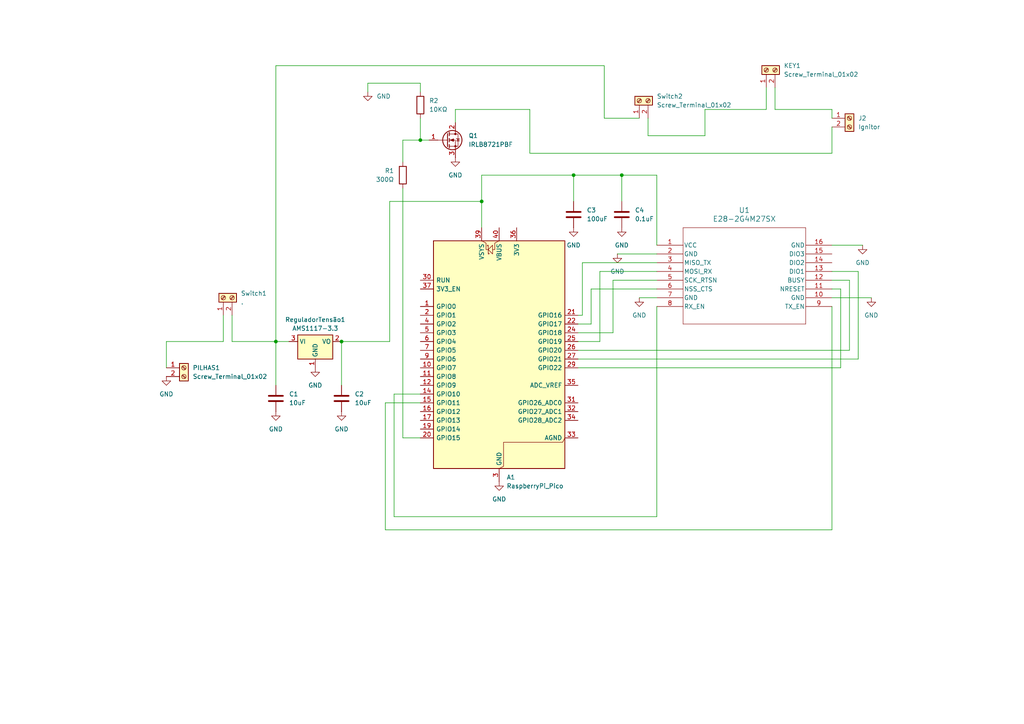
<source format=kicad_sch>
(kicad_sch (version 20250114) (generator "eeschema") (generator_version "9.0")
  (paper "A4")
  (lib_symbols
    (symbol "Connector:Screw_Terminal_01x02" (pin_names (offset 1.016) (hide yes))
      (property "Reference" "J" (at 0 2.54 0))
      (property "Value" "Screw_Terminal_01x02" (at 0 -5.08 0))
      (symbol "Screw_Terminal_01x02_1_1"
        (rectangle (start -1.27 1.27) (end 1.27 -3.81) (stroke (width 0.254)) (fill (type background)))
        (polyline (pts (xy -0.5334 0.3302) (xy 0.3302 -0.508)) (stroke (width 0.1524)))
        (polyline (pts (xy -0.5334 -2.2098) (xy 0.3302 -3.048)) (stroke (width 0.1524)))
        (polyline (pts (xy -0.3556 0.508) (xy 0.508 -0.3302)) (stroke (width 0.1524)))
        (polyline (pts (xy -0.3556 -2.032) (xy 0.508 -2.8702)) (stroke (width 0.1524)))
        (circle (center 0 0) (radius 0.635) (stroke (width 0.1524)))
        (circle (center 0 -2.54) (radius 0.635) (stroke (width 0.1524)))
        (pin passive line (at -5.08 0 0) (length 3.81) (name "Pin_1") (number "1"))
        (pin passive line (at -5.08 -2.54 0) (length 3.81) (name "Pin_2") (number "2"))
      )
    )
    (symbol "Device:C" (pin_numbers (hide yes)) (pin_names (offset 0.254))
      (property "Reference" "C" (at 0.635 2.54 0))
      (property "Value" "C" (at 0.635 -2.54 0))
      (symbol "C_0_1"
        (polyline (pts (xy -2.032 0.762) (xy 2.032 0.762)) (stroke (width 0.508)))
        (polyline (pts (xy -2.032 -0.762) (xy 2.032 -0.762)) (stroke (width 0.508)))
      )
      (symbol "C_1_1"
        (pin passive line (at 0 3.81 270) (length 2.794) (name "~") (number "1"))
        (pin passive line (at 0 -3.81 90) (length 2.794) (name "~") (number "2"))
      )
    )
    (symbol "Device:R" (pin_numbers (hide yes)) (pin_names (offset 0))
      (property "Reference" "R" (at 2.032 0 90))
      (property "Value" "R" (at 0 0 90))
      (symbol "R_0_1"
        (rectangle (start -1.016 -2.54) (end 1.016 2.54) (stroke (width 0.254)))
      )
      (symbol "R_1_1"
        (pin passive line (at 0 3.81 270) (length 1.27) (name "~") (number "1"))
        (pin passive line (at 0 -3.81 90) (length 1.27) (name "~") (number "2"))
      )
    )
    (symbol "MCU_Module:RaspberryPi_Pico" (pin_names (offset 0.762))
      (property "Reference" "A" (at -19.05 35.56 0))
      (property "Value" "RaspberryPi_Pico" (at 7.62 35.56 0))
      (symbol "RaspberryPi_Pico_0_1"
        (rectangle (start -19.05 34.29) (end 19.05 -31.75) (stroke (width 0.254)) (fill (type background)))
        (polyline (pts (xy -5.08 34.29) (xy -3.81 33.655) (xy -3.81 31.75) (xy -3.175 31.75)))
        (polyline (pts (xy -3.429 32.766) (xy -3.429 33.02) (xy -3.175 33.02) (xy -3.175 30.48) (xy -2.921 30.48) (xy -2.921 30.734)))
        (polyline (pts (xy -3.175 31.75) (xy -1.905 33.02) (xy -1.905 30.48) (xy -3.175 31.75)))
        (polyline (pts (xy 0 34.29) (xy -1.27 33.655) (xy -1.27 31.75) (xy -1.905 31.75)))
        (polyline (pts (xy 0 -31.75) (xy 1.27 -31.115) (xy 1.27 -24.13) (xy 18.415 -24.13) (xy 19.05 -22.86)))
      )
      (symbol "RaspberryPi_Pico_1_1"
        (pin passive line (at -22.86 22.86 0) (length 3.81) (name "RUN") (number "30"))
        (pin passive line (at -22.86 20.32 0) (length 3.81) (name "3V3_EN") (number "37"))
        (pin bidirectional line (at -22.86 15.24 0) (length 3.81) (name "GPIO0") (number "1"))
        (pin bidirectional line (at -22.86 12.7 0) (length 3.81) (name "GPIO1") (number "2"))
        (pin bidirectional line (at -22.86 10.16 0) (length 3.81) (name "GPIO2") (number "4"))
        (pin bidirectional line (at -22.86 7.62 0) (length 3.81) (name "GPIO3") (number "5"))
        (pin bidirectional line (at -22.86 5.08 0) (length 3.81) (name "GPIO4") (number "6"))
        (pin bidirectional line (at -22.86 2.54 0) (length 3.81) (name "GPIO5") (number "7"))
        (pin bidirectional line (at -22.86 0 0) (length 3.81) (name "GPIO6") (number "9"))
        (pin bidirectional line (at -22.86 -2.54 0) (length 3.81) (name "GPIO7") (number "10"))
        (pin bidirectional line (at -22.86 -5.08 0) (length 3.81) (name "GPIO8") (number "11"))
        (pin bidirectional line (at -22.86 -7.62 0) (length 3.81) (name "GPIO9") (number "12"))
        (pin bidirectional line (at -22.86 -10.16 0) (length 3.81) (name "GPIO10") (number "14"))
        (pin bidirectional line (at -22.86 -12.7 0) (length 3.81) (name "GPIO11") (number "15"))
        (pin bidirectional line (at -22.86 -15.24 0) (length 3.81) (name "GPIO12") (number "16"))
        (pin bidirectional line (at -22.86 -17.78 0) (length 3.81) (name "GPIO13") (number "17"))
        (pin bidirectional line (at -22.86 -20.32 0) (length 3.81) (name "GPIO14") (number "19"))
        (pin bidirectional line (at -22.86 -22.86 0) (length 3.81) (name "GPIO15") (number "20"))
        (pin power_in line (at -5.08 38.1 270) (length 3.81) (name "VSYS") (number "39"))
        (pin power_out line (at 0 38.1 270) (length 3.81) (name "VBUS") (number "40"))
        (pin passive line (at 0 -35.56 90) (length 3.81) (hide yes) (name "GND") (number "13"))
        (pin passive line (at 0 -35.56 90) (length 3.81) (hide yes) (name "GND") (number "18"))
        (pin passive line (at 0 -35.56 90) (length 3.81) (hide yes) (name "GND") (number "23"))
        (pin passive line (at 0 -35.56 90) (length 3.81) (hide yes) (name "GND") (number "28"))
        (pin power_out line (at 0 -35.56 90) (length 3.81) (name "GND") (number "3"))
        (pin passive line (at 0 -35.56 90) (length 3.81) (hide yes) (name "GND") (number "38"))
        (pin passive line (at 0 -35.56 90) (length 3.81) (hide yes) (name "GND") (number "8"))
        (pin power_out line (at 5.08 38.1 270) (length 3.81) (name "3V3") (number "36"))
        (pin bidirectional line (at 22.86 12.7 180) (length 3.81) (name "GPIO16") (number "21"))
        (pin bidirectional line (at 22.86 10.16 180) (length 3.81) (name "GPIO17") (number "22"))
        (pin bidirectional line (at 22.86 7.62 180) (length 3.81) (name "GPIO18") (number "24"))
        (pin bidirectional line (at 22.86 5.08 180) (length 3.81) (name "GPIO19") (number "25"))
        (pin bidirectional line (at 22.86 2.54 180) (length 3.81) (name "GPIO20") (number "26"))
        (pin bidirectional line (at 22.86 0 180) (length 3.81) (name "GPIO21") (number "27"))
        (pin bidirectional line (at 22.86 -2.54 180) (length 3.81) (name "GPIO22") (number "29"))
        (pin power_in line (at 22.86 -7.62 180) (length 3.81) (name "ADC_VREF") (number "35"))
        (pin bidirectional line (at 22.86 -12.7 180) (length 3.81) (name "GPIO26_ADC0") (number "31"))
        (pin bidirectional line (at 22.86 -15.24 180) (length 3.81) (name "GPIO27_ADC1") (number "32"))
        (pin bidirectional line (at 22.86 -17.78 180) (length 3.81) (name "GPIO28_ADC2") (number "34"))
        (pin power_out line (at 22.86 -22.86 180) (length 3.81) (name "AGND") (number "33"))
      )
    )
    (symbol "Modulo.E28-2G4M27SX:E28-2G4M27SX" (pin_names (offset 0.254))
      (property "Reference" "U" (at 25.4 10.16 0))
      (property "Value" "E28-2G4M27SX" (at 25.4 7.62 0))
      (symbol "E28-2G4M27SX_0_1"
        (polyline (pts (xy 7.62 5.08) (xy 7.62 -22.86)) (stroke (width 0.127)))
        (polyline (pts (xy 7.62 -22.86) (xy 43.18 -22.86)) (stroke (width 0.127)))
        (polyline (pts (xy 43.18 5.08) (xy 7.62 5.08)) (stroke (width 0.127)))
        (polyline (pts (xy 43.18 -22.86) (xy 43.18 5.08)) (stroke (width 0.127)))
        (pin power_in line (at 0 0 0) (length 7.62) (name "VCC") (number "1"))
        (pin power_out line (at 0 -2.54 0) (length 7.62) (name "GND") (number "2"))
        (pin output line (at 0 -5.08 0) (length 7.62) (name "MISO_TX") (number "3"))
        (pin input line (at 0 -7.62 0) (length 7.62) (name "MOSI_RX") (number "4"))
        (pin input line (at 0 -10.16 0) (length 7.62) (name "SCK_RTSN") (number "5"))
        (pin input line (at 0 -12.7 0) (length 7.62) (name "NSS_CTS") (number "6"))
        (pin power_out line (at 0 -15.24 0) (length 7.62) (name "GND") (number "7"))
        (pin input line (at 0 -17.78 0) (length 7.62) (name "RX_EN") (number "8"))
        (pin power_out line (at 50.8 0 180) (length 7.62) (name "GND") (number "16"))
        (pin bidirectional line (at 50.8 -2.54 180) (length 7.62) (name "DIO3") (number "15"))
        (pin bidirectional line (at 50.8 -5.08 180) (length 7.62) (name "DIO2") (number "14"))
        (pin bidirectional line (at 50.8 -7.62 180) (length 7.62) (name "DIO1") (number "13"))
        (pin output line (at 50.8 -10.16 180) (length 7.62) (name "BUSY") (number "12"))
        (pin input line (at 50.8 -12.7 180) (length 7.62) (name "NRESET") (number "11"))
        (pin power_out line (at 50.8 -15.24 180) (length 7.62) (name "GND") (number "10"))
        (pin input line (at 50.8 -17.78 180) (length 7.62) (name "TX_EN") (number "9"))
      )
    )
    (symbol "Regulator_Linear:AMS1117-3.3"
      (property "Reference" "U" (at -3.81 3.175 0))
      (property "Value" "AMS1117-3.3" (at 0 3.175 0))
      (symbol "AMS1117-3.3_0_1"
        (rectangle (start -5.08 -5.08) (end 5.08 1.905) (stroke (width 0.254)) (fill (type background)))
      )
      (symbol "AMS1117-3.3_1_1"
        (pin power_in line (at -7.62 0 0) (length 2.54) (name "VI") (number "3"))
        (pin power_in line (at 0 -7.62 90) (length 2.54) (name "GND") (number "1"))
        (pin power_out line (at 7.62 0 180) (length 2.54) (name "VO") (number "2"))
      )
    )
    (symbol "Transistor_FET:IRLB8721PBF" (pin_names (hide yes))
      (property "Reference" "Q" (at 5.08 1.905 0))
      (property "Value" "IRLB8721PBF" (at 5.08 0 0))
      (symbol "IRLB8721PBF_0_1"
        (polyline (pts (xy 0.254 1.905) (xy 0.254 -1.905)) (stroke (width 0.254)))
        (polyline (pts (xy 0.254 0) (xy -2.54 0)))
        (polyline (pts (xy 0.762 2.286) (xy 0.762 1.27)) (stroke (width 0.254)))
        (polyline (pts (xy 0.762 0.508) (xy 0.762 -0.508)) (stroke (width 0.254)))
        (polyline (pts (xy 0.762 -1.27) (xy 0.762 -2.286)) (stroke (width 0.254)))
        (polyline (pts (xy 0.762 -1.778) (xy 3.302 -1.778) (xy 3.302 1.778) (xy 0.762 1.778)))
        (polyline (pts (xy 1.016 0) (xy 2.032 0.381) (xy 2.032 -0.381) (xy 1.016 0)) (fill (type outline)))
        (circle (center 1.651 0) (radius 2.794) (stroke (width 0.254)))
        (polyline (pts (xy 2.54 2.54) (xy 2.54 1.778)))
        (circle (center 2.54 1.778) (radius 0.254) (fill (type outline)))
        (circle (center 2.54 -1.778) (radius 0.254) (fill (type outline)))
        (polyline (pts (xy 2.54 -2.54) (xy 2.54 0) (xy 0.762 0)))
        (polyline (pts (xy 2.794 0.508) (xy 2.921 0.381) (xy 3.683 0.381) (xy 3.81 0.254)))
        (polyline (pts (xy 3.302 0.381) (xy 2.921 -0.254) (xy 3.683 -0.254) (xy 3.302 0.381)))
      )
      (symbol "IRLB8721PBF_1_1"
        (pin input line (at -5.08 0 0) (length 2.54) (name "G") (number "1"))
        (pin passive line (at 2.54 5.08 270) (length 2.54) (name "D") (number "2"))
        (pin passive line (at 2.54 -5.08 90) (length 2.54) (name "S") (number "3"))
      )
    )
    (symbol "power:GND" (power) (pin_numbers (hide yes)) (pin_names (offset 0) (hide yes))
      (property "Value" "GND" (at 0 -3.81 0))
      (symbol "GND_0_1"
        (polyline (pts (xy 0 0) (xy 0 -1.27) (xy 1.27 -1.27) (xy 0 -2.54) (xy -1.27 -1.27) (xy 0 -1.27)))
      )
      (symbol "GND_1_1"
        (pin power_in line (at 0 0 270) (length 0) (name "~") (number "1"))
      )
    )
  )
  (junction (at 166.37 50.8))
  (junction (at 139.7 58.42))
  (junction (at 121.92 40.64))
  (junction (at 99.06 99.06))
  (junction (at 180.34 50.8))
  (junction (at 80.01 99.06))
  (wire (pts (xy 153.67 44.45) (xy 241.3 44.45)))
  (wire (pts (xy 166.37 50.8) (xy 166.37 58.42)))
  (wire (pts (xy 241.3 44.45) (xy 241.3 36.83)))
  (wire (pts (xy 243.84 106.68) (xy 167.64 106.68)))
  (wire (pts (xy 222.25 31.75) (xy 222.25 25.4)))
  (wire (pts (xy 252.73 86.36) (xy 241.3 86.36)))
  (wire (pts (xy 173.99 78.74) (xy 173.99 99.06)))
  (wire (pts (xy 116.84 40.64) (xy 121.92 40.64)))
  (wire (pts (xy 139.7 50.8) (xy 139.7 58.42)))
  (wire (pts (xy 173.99 99.06) (xy 167.64 99.06)))
  (wire (pts (xy 241.3 81.28) (xy 246.38 81.28)))
  (wire (pts (xy 177.8 81.28) (xy 177.8 96.52)))
  (wire (pts (xy 166.37 50.8) (xy 180.34 50.8)))
  (wire (pts (xy 99.06 99.06) (xy 99.06 111.76)))
  (wire (pts (xy 175.26 34.29) (xy 185.42 34.29)))
  (wire (pts (xy 67.31 99.06) (xy 80.01 99.06)))
  (wire (pts (xy 139.7 58.42) (xy 139.7 66.04)))
  (wire (pts (xy 121.92 34.29) (xy 121.92 40.64)))
  (wire (pts (xy 121.92 24.13) (xy 106.68 24.13)))
  (wire (pts (xy 204.47 31.75) (xy 222.25 31.75)))
  (wire (pts (xy 175.26 19.05) (xy 175.26 34.29)))
  (wire (pts (xy 248.92 104.14) (xy 167.64 104.14)))
  (wire (pts (xy 153.67 44.45) (xy 153.67 31.75)))
  (wire (pts (xy 190.5 149.86) (xy 114.3 149.86)))
  (wire (pts (xy 168.91 91.44) (xy 167.64 91.44)))
  (wire (pts (xy 185.42 86.36) (xy 190.5 86.36)))
  (wire (pts (xy 190.5 88.9) (xy 190.5 149.86)))
  (wire (pts (xy 250.19 71.12) (xy 241.3 71.12)))
  (wire (pts (xy 132.08 31.75) (xy 132.08 35.56)))
  (wire (pts (xy 106.68 24.13) (xy 106.68 26.67)))
  (wire (pts (xy 116.84 54.61) (xy 116.84 127)))
  (wire (pts (xy 243.84 83.82) (xy 243.84 106.68)))
  (wire (pts (xy 248.92 78.74) (xy 248.92 104.14)))
  (wire (pts (xy 241.3 31.75) (xy 241.3 34.29)))
  (wire (pts (xy 48.26 99.06) (xy 64.77 99.06)))
  (wire (pts (xy 241.3 83.82) (xy 243.84 83.82)))
  (wire (pts (xy 204.47 39.37) (xy 204.47 31.75)))
  (wire (pts (xy 167.64 96.52) (xy 177.8 96.52)))
  (wire (pts (xy 64.77 99.06) (xy 64.77 91.44)))
  (wire (pts (xy 121.92 24.13) (xy 121.92 26.67)))
  (wire (pts (xy 111.76 116.84) (xy 121.92 116.84)))
  (wire (pts (xy 246.38 81.28) (xy 246.38 101.6)))
  (wire (pts (xy 139.7 50.8) (xy 166.37 50.8)))
  (wire (pts (xy 113.03 99.06) (xy 113.03 58.42)))
  (wire (pts (xy 190.5 78.74) (xy 173.99 78.74)))
  (wire (pts (xy 224.79 25.4) (xy 224.79 31.75)))
  (wire (pts (xy 241.3 153.67) (xy 111.76 153.67)))
  (wire (pts (xy 67.31 91.44) (xy 67.31 99.06)))
  (wire (pts (xy 246.38 101.6) (xy 167.64 101.6)))
  (wire (pts (xy 153.67 31.75) (xy 132.08 31.75)))
  (wire (pts (xy 113.03 58.42) (xy 139.7 58.42)))
  (wire (pts (xy 180.34 50.8) (xy 180.34 58.42)))
  (wire (pts (xy 179.07 73.66) (xy 190.5 73.66)))
  (wire (pts (xy 241.3 78.74) (xy 248.92 78.74)))
  (wire (pts (xy 180.34 50.8) (xy 190.5 50.8)))
  (wire (pts (xy 111.76 153.67) (xy 111.76 116.84)))
  (wire (pts (xy 121.92 127) (xy 116.84 127)))
  (wire (pts (xy 171.45 83.82) (xy 171.45 93.98)))
  (wire (pts (xy 187.96 39.37) (xy 187.96 34.29)))
  (wire (pts (xy 114.3 149.86) (xy 114.3 114.3)))
  (wire (pts (xy 48.26 106.68) (xy 48.26 99.06)))
  (wire (pts (xy 80.01 99.06) (xy 80.01 111.76)))
  (wire (pts (xy 224.79 31.75) (xy 241.3 31.75)))
  (wire (pts (xy 99.06 99.06) (xy 113.03 99.06)))
  (wire (pts (xy 114.3 114.3) (xy 121.92 114.3)))
  (wire (pts (xy 190.5 50.8) (xy 190.5 71.12)))
  (wire (pts (xy 121.92 40.64) (xy 124.46 40.64)))
  (wire (pts (xy 168.91 76.2) (xy 168.91 91.44)))
  (wire (pts (xy 80.01 19.05) (xy 80.01 99.06)))
  (wire (pts (xy 80.01 19.05) (xy 175.26 19.05)))
  (wire (pts (xy 190.5 83.82) (xy 171.45 83.82)))
  (wire (pts (xy 190.5 76.2) (xy 168.91 76.2)))
  (wire (pts (xy 187.96 39.37) (xy 204.47 39.37)))
  (wire (pts (xy 241.3 88.9) (xy 241.3 153.67)))
  (wire (pts (xy 116.84 46.99) (xy 116.84 40.64)))
  (wire (pts (xy 167.64 93.98) (xy 171.45 93.98)))
  (wire (pts (xy 80.01 99.06) (xy 83.82 99.06)))
  (wire (pts (xy 190.5 81.28) (xy 177.8 81.28)))
  (symbol (lib_id "Connector:Screw_Terminal_01x02") (at 185.42 29.21 90) (unit 1)
    (property "Reference" "Switch2" (at 190.5 27.9399 90) (effects (justify right)))
    (property "Value" "Screw_Terminal_01x02" (at 190.5 30.4799 90) (effects (justify right)))
    (property "Footprint" "CONN_SD-39357-001_02P_MOL:CONN_SD-39357-001_02P_MOL" (effects (hide yes)))
    (property "Description" "Generic screw terminal, single row, 01x02, script generated (kicad-library-utils/schlib/autogen/connector/)" (effects (hide yes)))
  )
  (symbol (lib_id "power:GND") (at 91.44 106.68 0) (unit 1)
    (property "Reference" "#PWR012" (effects (hide yes)))
    (property "Value" "GND" (at 91.44 111.76 0))
    (property "Description" "Power symbol creates a global label with name \"GND\" , ground" (effects (hide yes)))
  )
  (symbol (lib_id "MCU_Module:RaspberryPi_Pico") (at 144.78 104.14 0) (unit 1)
    (property "Reference" "A1" (at 146.9233 138.43 0) (effects (justify left)))
    (property "Value" "RaspberryPi_Pico" (at 146.9233 140.97 0) (effects (justify left)))
    (property "Footprint" "Module:RaspberryPi_Pico_Common_Unspecified" (effects (hide yes)))
    (property "Datasheet" "https://datasheets.raspberrypi.com/pico/pico-datasheet.pdf" (effects (hide yes)))
    (property "Description" "Versatile and inexpensive microcontroller module powered by RP2040 dual-core Arm Cortex-M0+ processor up to 133 MHz, 264kB SRAM, 2MB QSPI flash; also supports Raspberry Pi Pico 2" (effects (hide yes)))
  )
  (symbol (lib_id "power:GND") (at 99.06 119.38 0) (unit 1)
    (property "Reference" "#PWR013" (effects (hide yes)))
    (property "Value" "GND" (at 99.06 124.46 0))
    (property "Description" "Power symbol creates a global label with name \"GND\" , ground" (effects (hide yes)))
  )
  (symbol (lib_id "power:GND") (at 180.34 66.04 0) (unit 1)
    (property "Reference" "#PWR04" (effects (hide yes)))
    (property "Value" "GND" (at 180.34 71.12 0))
    (property "Description" "Power symbol creates a global label with name \"GND\" , ground" (effects (hide yes)))
  )
  (symbol (lib_id "Connector:Screw_Terminal_01x02") (at 222.25 20.32 90) (unit 1)
    (property "Reference" "KEY1" (at 227.33 19.0499 90) (effects (justify right)))
    (property "Value" "Screw_Terminal_01x02" (at 227.33 21.5899 90) (effects (justify right)))
    (property "Footprint" "CONN_SD-39357-001_02P_MOL:CONN_SD-39357-001_02P_MOL" (effects (hide yes)))
    (property "Description" "Generic screw terminal, single row, 01x02, script generated (kicad-library-utils/schlib/autogen/connector/)" (effects (hide yes)))
  )
  (symbol (lib_id "power:GND") (at 185.42 86.36 0) (unit 1)
    (property "Reference" "#PWR06" (effects (hide yes)))
    (property "Value" "GND" (at 185.42 91.44 0))
    (property "Description" "Power symbol creates a global label with name \"GND\" , ground" (effects (hide yes)))
  )
  (symbol (lib_id "Device:C") (at 180.34 62.23 0) (unit 1)
    (property "Reference" "C4" (at 184.15 60.9599 0) (effects (justify left)))
    (property "Value" "0.1uF" (at 184.15 63.4999 0) (effects (justify left)))
    (property "Footprint" "Capacitor_SMD:C_0402_1005Metric" (effects (hide yes)))
    (property "Description" "Unpolarized capacitor" (effects (hide yes)))
  )
  (symbol (lib_id "power:GND") (at 80.01 119.38 0) (unit 1)
    (property "Reference" "#PWR011" (effects (hide yes)))
    (property "Value" "GND" (at 80.01 124.46 0))
    (property "Description" "Power symbol creates a global label with name \"GND\" , ground" (effects (hide yes)))
  )
  (symbol (lib_id "Modulo.E28-2G4M27SX:E28-2G4M27SX") (at 190.5 71.12 0) (unit 1)
    (property "Reference" "U1" (at 215.9 60.96 0) (effects (font (size 1.524 1.524))))
    (property "Value" "E28-2G4M27SX" (at 215.9 63.5 0) (effects (font (size 1.524 1.524))))
    (property "Footprint" "E28-2G4M27SX_CGD" (effects (hide yes)))
    (property "Datasheet" "E28-2G4M27SX" (effects (hide yes)))
  )
  (symbol (lib_id "power:GND") (at 132.08 45.72 0) (unit 1)
    (property "Reference" "#PWR09" (effects (hide yes)))
    (property "Value" "GND" (at 132.08 50.8 0))
    (property "Description" "Power symbol creates a global label with name \"GND\" , ground" (effects (hide yes)))
  )
  (symbol (lib_id "Device:C") (at 99.06 115.57 0) (unit 1)
    (property "Reference" "C2" (at 102.87 114.2999 0) (effects (justify left)))
    (property "Value" "10uF" (at 102.87 116.8399 0) (effects (justify left)))
    (property "Footprint" "Capacitor_SMD:C_0402_1005Metric" (effects (hide yes)))
    (property "Description" "Unpolarized capacitor" (effects (hide yes)))
  )
  (symbol (lib_id "power:GND") (at 179.07 73.66 0) (unit 1)
    (property "Reference" "#PWR05" (effects (hide yes)))
    (property "Value" "GND" (at 179.07 78.74 0))
    (property "Description" "Power symbol creates a global label with name \"GND\" , ground" (effects (hide yes)))
  )
  (symbol (lib_id "power:GND") (at 250.19 71.12 0) (unit 1)
    (property "Reference" "#PWR07" (effects (hide yes)))
    (property "Value" "GND" (at 250.19 76.2 0))
    (property "Description" "Power symbol creates a global label with name \"GND\" , ground" (effects (hide yes)))
  )
  (symbol (lib_id "Regulator_Linear:AMS1117-3.3") (at 91.44 99.06 0) (unit 1)
    (property "Reference" "ReguladorTensão1" (at 91.44 92.71 0))
    (property "Value" "AMS1117-3.3" (at 91.44 95.25 0))
    (property "Footprint" "Package_TO_SOT_SMD:SOT-223-3_TabPin2" (effects (hide yes)))
    (property "Datasheet" "http://www.advanced-monolithic.com/pdf/ds1117.pdf" (effects (hide yes)))
    (property "Description" "1A Low Dropout regulator, positive, 3.3V fixed output, SOT-223" (effects (hide yes)))
  )
  (symbol (lib_id "Device:R") (at 116.84 50.8 0) (mirror y) (unit 1)
    (property "Reference" "R1" (at 114.3 49.5299 0) (effects (justify left)))
    (property "Value" "300Ω" (at 114.3 52.0699 0) (effects (justify left)))
    (property "Footprint" "Resistor_SMD:R_0402_1005Metric" (effects (hide yes)))
    (property "Description" "Resistor" (effects (hide yes)))
  )
  (symbol (lib_id "Device:R") (at 121.92 30.48 0) (unit 1)
    (property "Reference" "R2" (at 124.46 29.2099 0) (effects (justify left)))
    (property "Value" "10KΩ" (at 124.46 31.7499 0) (effects (justify left)))
    (property "Footprint" "Resistor_SMD:R_0402_1005Metric" (effects (hide yes)))
    (property "Description" "Resistor" (effects (hide yes)))
  )
  (symbol (lib_id "power:GND") (at 252.73 86.36 0) (unit 1)
    (property "Reference" "#PWR08" (effects (hide yes)))
    (property "Value" "GND" (at 252.73 91.44 0))
    (property "Description" "Power symbol creates a global label with name \"GND\" , ground" (effects (hide yes)))
  )
  (symbol (lib_id "power:GND") (at 144.78 139.7 0) (unit 1)
    (property "Reference" "#PWR02" (effects (hide yes)))
    (property "Value" "GND" (at 144.78 144.78 0))
    (property "Description" "Power symbol creates a global label with name \"GND\" , ground" (effects (hide yes)))
  )
  (symbol (lib_id "Connector:Screw_Terminal_01x02") (at 246.38 34.29 0) (unit 1)
    (property "Reference" "J2" (at 248.92 34.2899 0) (effects (justify left)))
    (property "Value" "Ignitor" (at 248.92 36.8299 0) (effects (justify left)))
    (property "Footprint" "CONN_SD-39357-001_02P_MOL:CONN_SD-39357-001_02P_MOL" (effects (hide yes)))
    (property "Description" "Generic screw terminal, single row, 01x02, script generated (kicad-library-utils/schlib/autogen/connector/)" (effects (hide yes)))
  )
  (symbol (lib_id "power:GND") (at 48.26 109.22 0) (unit 1)
    (property "Reference" "#PWR01" (effects (hide yes)))
    (property "Value" "GND" (at 48.26 114.3 0))
    (property "Description" "Power symbol creates a global label with name \"GND\" , ground" (effects (hide yes)))
  )
  (symbol (lib_id "Device:C") (at 166.37 62.23 0) (unit 1)
    (property "Reference" "C3" (at 170.18 60.9599 0) (effects (justify left)))
    (property "Value" "100uF" (at 170.18 63.4999 0) (effects (justify left)))
    (property "Footprint" "Capacitor_SMD:C_0402_1005Metric" (effects (hide yes)))
    (property "Description" "Unpolarized capacitor" (effects (hide yes)))
  )
  (symbol (lib_id "Connector:Screw_Terminal_01x02") (at 64.77 86.36 90) (unit 1)
    (property "Reference" "Switch1" (at 69.85 85.0899 90) (effects (justify right)))
    (property "Value" "." (at 69.85 87.6299 90) (effects (justify right)))
    (property "Footprint" "CONN_SD-39357-001_02P_MOL:CONN_SD-39357-001_02P_MOL" (effects (hide yes)))
    (property "Description" "Generic screw terminal, single row, 01x02, script generated (kicad-library-utils/schlib/autogen/connector/)" (effects (hide yes)))
  )
  (symbol (lib_id "Device:C") (at 80.01 115.57 0) (unit 1)
    (property "Reference" "C1" (at 83.82 114.2999 0) (effects (justify left)))
    (property "Value" "10uF" (at 83.82 116.8399 0) (effects (justify left)))
    (property "Footprint" "Capacitor_SMD:C_0402_1005Metric" (effects (hide yes)))
    (property "Description" "Unpolarized capacitor" (effects (hide yes)))
  )
  (symbol (lib_id "Transistor_FET:IRLB8721PBF") (at 129.54 40.64 0) (unit 1)
    (property "Reference" "Q1" (at 135.89 39.3699 0) (effects (justify left)))
    (property "Value" "IRLB8721PBF" (at 135.89 41.9099 0) (effects (justify left)))
    (property "Footprint" "Package_TO_SOT_THT:TO-220-3_Vertical" (effects (hide yes)))
    (property "Datasheet" "http://www.infineon.com/dgdl/irlb8721pbf.pdf?fileId=5546d462533600a40153566056732591" (effects (hide yes)))
    (property "Description" "62A Id, 30V Vds, 8.7 mOhm Rds, N-Channel HEXFET Power MOSFET, TO-220" (effects (hide yes)))
  )
  (symbol (lib_id "power:GND") (at 106.68 26.67 0) (unit 1)
    (property "Reference" "#PWR010" (effects (hide yes)))
    (property "Value" "GND" (at 109.22 27.9399 0) (effects (justify left)))
    (property "Description" "Power symbol creates a global label with name \"GND\" , ground" (effects (hide yes)))
  )
  (symbol (lib_id "Connector:Screw_Terminal_01x02") (at 53.34 106.68 0) (unit 1)
    (property "Reference" "PILHAS1" (at 55.88 106.6799 0) (effects (justify left)))
    (property "Value" "Screw_Terminal_01x02" (at 55.88 109.2199 0) (effects (justify left)))
    (property "Footprint" "CONN_SD-39357-001_02P_MOL:CONN_SD-39357-001_02P_MOL" (effects (hide yes)))
    (property "Description" "Generic screw terminal, single row, 01x02, script generated (kicad-library-utils/schlib/autogen/connector/)" (effects (hide yes)))
  )
  (symbol (lib_id "power:GND") (at 166.37 66.04 0) (unit 1)
    (property "Reference" "#PWR03" (effects (hide yes)))
    (property "Value" "GND" (at 166.37 71.12 0))
    (property "Description" "Power symbol creates a global label with name \"GND\" , ground" (effects (hide yes)))
  )
)
</source>
